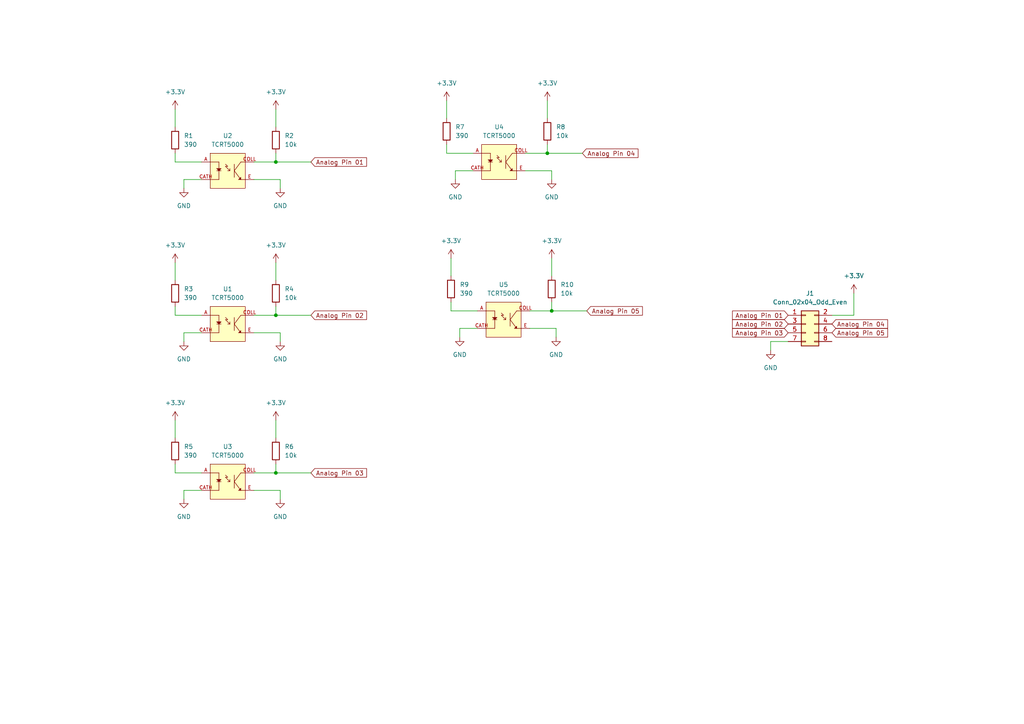
<source format=kicad_sch>
(kicad_sch (version 20230121) (generator eeschema)

  (uuid dd747c37-b89a-42dc-94ed-6daf8b7e0cbd)

  (paper "A4")

  (lib_symbols
    (symbol "Connector_Generic:Conn_02x04_Odd_Even" (pin_names (offset 1.016) hide) (in_bom yes) (on_board yes)
      (property "Reference" "J" (at 1.27 5.08 0)
        (effects (font (size 1.27 1.27)))
      )
      (property "Value" "Conn_02x04_Odd_Even" (at 1.27 -7.62 0)
        (effects (font (size 1.27 1.27)))
      )
      (property "Footprint" "" (at 0 0 0)
        (effects (font (size 1.27 1.27)) hide)
      )
      (property "Datasheet" "~" (at 0 0 0)
        (effects (font (size 1.27 1.27)) hide)
      )
      (property "ki_keywords" "connector" (at 0 0 0)
        (effects (font (size 1.27 1.27)) hide)
      )
      (property "ki_description" "Generic connector, double row, 02x04, odd/even pin numbering scheme (row 1 odd numbers, row 2 even numbers), script generated (kicad-library-utils/schlib/autogen/connector/)" (at 0 0 0)
        (effects (font (size 1.27 1.27)) hide)
      )
      (property "ki_fp_filters" "Connector*:*_2x??_*" (at 0 0 0)
        (effects (font (size 1.27 1.27)) hide)
      )
      (symbol "Conn_02x04_Odd_Even_1_1"
        (rectangle (start -1.27 -4.953) (end 0 -5.207)
          (stroke (width 0.1524) (type default))
          (fill (type none))
        )
        (rectangle (start -1.27 -2.413) (end 0 -2.667)
          (stroke (width 0.1524) (type default))
          (fill (type none))
        )
        (rectangle (start -1.27 0.127) (end 0 -0.127)
          (stroke (width 0.1524) (type default))
          (fill (type none))
        )
        (rectangle (start -1.27 2.667) (end 0 2.413)
          (stroke (width 0.1524) (type default))
          (fill (type none))
        )
        (rectangle (start -1.27 3.81) (end 3.81 -6.35)
          (stroke (width 0.254) (type default))
          (fill (type background))
        )
        (rectangle (start 3.81 -4.953) (end 2.54 -5.207)
          (stroke (width 0.1524) (type default))
          (fill (type none))
        )
        (rectangle (start 3.81 -2.413) (end 2.54 -2.667)
          (stroke (width 0.1524) (type default))
          (fill (type none))
        )
        (rectangle (start 3.81 0.127) (end 2.54 -0.127)
          (stroke (width 0.1524) (type default))
          (fill (type none))
        )
        (rectangle (start 3.81 2.667) (end 2.54 2.413)
          (stroke (width 0.1524) (type default))
          (fill (type none))
        )
        (pin passive line (at -5.08 2.54 0) (length 3.81)
          (name "Pin_1" (effects (font (size 1.27 1.27))))
          (number "1" (effects (font (size 1.27 1.27))))
        )
        (pin passive line (at 7.62 2.54 180) (length 3.81)
          (name "Pin_2" (effects (font (size 1.27 1.27))))
          (number "2" (effects (font (size 1.27 1.27))))
        )
        (pin passive line (at -5.08 0 0) (length 3.81)
          (name "Pin_3" (effects (font (size 1.27 1.27))))
          (number "3" (effects (font (size 1.27 1.27))))
        )
        (pin passive line (at 7.62 0 180) (length 3.81)
          (name "Pin_4" (effects (font (size 1.27 1.27))))
          (number "4" (effects (font (size 1.27 1.27))))
        )
        (pin passive line (at -5.08 -2.54 0) (length 3.81)
          (name "Pin_5" (effects (font (size 1.27 1.27))))
          (number "5" (effects (font (size 1.27 1.27))))
        )
        (pin passive line (at 7.62 -2.54 180) (length 3.81)
          (name "Pin_6" (effects (font (size 1.27 1.27))))
          (number "6" (effects (font (size 1.27 1.27))))
        )
        (pin passive line (at -5.08 -5.08 0) (length 3.81)
          (name "Pin_7" (effects (font (size 1.27 1.27))))
          (number "7" (effects (font (size 1.27 1.27))))
        )
        (pin passive line (at 7.62 -5.08 180) (length 3.81)
          (name "Pin_8" (effects (font (size 1.27 1.27))))
          (number "8" (effects (font (size 1.27 1.27))))
        )
      )
    )
    (symbol "Device:R" (pin_numbers hide) (pin_names (offset 0)) (in_bom yes) (on_board yes)
      (property "Reference" "R" (at 2.032 0 90)
        (effects (font (size 1.27 1.27)))
      )
      (property "Value" "R" (at 0 0 90)
        (effects (font (size 1.27 1.27)))
      )
      (property "Footprint" "" (at -1.778 0 90)
        (effects (font (size 1.27 1.27)) hide)
      )
      (property "Datasheet" "~" (at 0 0 0)
        (effects (font (size 1.27 1.27)) hide)
      )
      (property "ki_keywords" "R res resistor" (at 0 0 0)
        (effects (font (size 1.27 1.27)) hide)
      )
      (property "ki_description" "Resistor" (at 0 0 0)
        (effects (font (size 1.27 1.27)) hide)
      )
      (property "ki_fp_filters" "R_*" (at 0 0 0)
        (effects (font (size 1.27 1.27)) hide)
      )
      (symbol "R_0_1"
        (rectangle (start -1.016 -2.54) (end 1.016 2.54)
          (stroke (width 0.254) (type default))
          (fill (type none))
        )
      )
      (symbol "R_1_1"
        (pin passive line (at 0 3.81 270) (length 1.27)
          (name "~" (effects (font (size 1.27 1.27))))
          (number "1" (effects (font (size 1.27 1.27))))
        )
        (pin passive line (at 0 -3.81 90) (length 1.27)
          (name "~" (effects (font (size 1.27 1.27))))
          (number "2" (effects (font (size 1.27 1.27))))
        )
      )
    )
    (symbol "TCRT5000:TCRT5000" (pin_names (offset 1.016)) (in_bom yes) (on_board yes)
      (property "Reference" "U" (at -5.0887 5.7248 0)
        (effects (font (size 1.27 1.27)) (justify left bottom))
      )
      (property "Value" "TCRT5000" (at -5.0838 -5.7193 0)
        (effects (font (size 1.27 1.27)) (justify left top))
      )
      (property "Footprint" "TCRT5000:OPTO_TCRT5000" (at 0 0 0)
        (effects (font (size 1.27 1.27)) (justify bottom) hide)
      )
      (property "Datasheet" "" (at 0 0 0)
        (effects (font (size 1.27 1.27)) hide)
      )
      (property "MF" "Vishay" (at 0 0 0)
        (effects (font (size 1.27 1.27)) (justify bottom) hide)
      )
      (property "MAXIMUM_PACKAGE_HEIGHT" "7.2mm" (at 0 0 0)
        (effects (font (size 1.27 1.27)) (justify bottom) hide)
      )
      (property "Package" "TCRT5000 Vishay" (at 0 0 0)
        (effects (font (size 1.27 1.27)) (justify bottom) hide)
      )
      (property "Price" "None" (at 0 0 0)
        (effects (font (size 1.27 1.27)) (justify bottom) hide)
      )
      (property "Check_prices" "https://www.snapeda.com/parts/TCRT5000/Vishay+Semiconductor+Opto+Division/view-part/?ref=eda" (at 0 0 0)
        (effects (font (size 1.27 1.27)) (justify bottom) hide)
      )
      (property "STANDARD" "Manufacturer recommendations" (at 0 0 0)
        (effects (font (size 1.27 1.27)) (justify bottom) hide)
      )
      (property "PARTREV" "1.7" (at 0 0 0)
        (effects (font (size 1.27 1.27)) (justify bottom) hide)
      )
      (property "SnapEDA_Link" "https://www.snapeda.com/parts/TCRT5000/Vishay+Semiconductor+Opto+Division/view-part/?ref=snap" (at 0 0 0)
        (effects (font (size 1.27 1.27)) (justify bottom) hide)
      )
      (property "MP" "TCRT5000" (at 0 0 0)
        (effects (font (size 1.27 1.27)) (justify bottom) hide)
      )
      (property "Purchase-URL" "https://www.snapeda.com/api/url_track_click_mouser/?unipart_id=885229&manufacturer=Vishay&part_name=TCRT5000&search_term=None" (at 0 0 0)
        (effects (font (size 1.27 1.27)) (justify bottom) hide)
      )
      (property "Description" "\nReflective Optical Sensor 0.591 (15mm) PCB Mount\n" (at 0 0 0)
        (effects (font (size 1.27 1.27)) (justify bottom) hide)
      )
      (property "Availability" "In Stock" (at 0 0 0)
        (effects (font (size 1.27 1.27)) (justify bottom) hide)
      )
      (property "MANUFACTURER" "Vishay" (at 0 0 0)
        (effects (font (size 1.27 1.27)) (justify bottom) hide)
      )
      (symbol "TCRT5000_0_0"
        (rectangle (start -5.08 -5.08) (end 5.08 5.08)
          (stroke (width 0.1524) (type default))
          (fill (type background))
        )
        (polyline
          (pts
            (xy -5.08 2.54)
            (xy -2.54 2.54)
          )
          (stroke (width 0.1524) (type default))
          (fill (type none))
        )
        (polyline
          (pts
            (xy -3.175 0)
            (xy -1.905 0)
          )
          (stroke (width 0.1524) (type default))
          (fill (type none))
        )
        (polyline
          (pts
            (xy -2.54 -2.54)
            (xy -5.08 -2.54)
          )
          (stroke (width 0.1524) (type default))
          (fill (type none))
        )
        (polyline
          (pts
            (xy -2.54 2.54)
            (xy -2.54 -2.54)
          )
          (stroke (width 0.1524) (type default))
          (fill (type none))
        )
        (polyline
          (pts
            (xy -0.635 1.27)
            (xy 0.635 0)
          )
          (stroke (width 0.1524) (type default))
          (fill (type none))
        )
        (polyline
          (pts
            (xy -0.635 1.905)
            (xy 0 1.27)
          )
          (stroke (width 0.1524) (type default))
          (fill (type none))
        )
        (polyline
          (pts
            (xy 0 1.27)
            (xy -0.635 1.27)
          )
          (stroke (width 0.1524) (type default))
          (fill (type none))
        )
        (polyline
          (pts
            (xy 0.635 0)
            (xy 0 0)
          )
          (stroke (width 0.1524) (type default))
          (fill (type none))
        )
        (polyline
          (pts
            (xy 0.635 0.635)
            (xy 0.635 0)
          )
          (stroke (width 0.1524) (type default))
          (fill (type none))
        )
        (polyline
          (pts
            (xy 1.905 0)
            (xy 1.905 -1.905)
          )
          (stroke (width 0.1524) (type default))
          (fill (type none))
        )
        (polyline
          (pts
            (xy 1.905 0)
            (xy 3.81 -2.54)
          )
          (stroke (width 0.1524) (type default))
          (fill (type none))
        )
        (polyline
          (pts
            (xy 1.905 0)
            (xy 3.81 2.54)
          )
          (stroke (width 0.1524) (type default))
          (fill (type none))
        )
        (polyline
          (pts
            (xy 1.905 1.905)
            (xy 1.905 0)
          )
          (stroke (width 0.1524) (type default))
          (fill (type none))
        )
        (polyline
          (pts
            (xy 3.81 -2.54)
            (xy 5.08 -2.54)
          )
          (stroke (width 0.1524) (type default))
          (fill (type none))
        )
        (polyline
          (pts
            (xy 3.81 2.54)
            (xy 5.08 2.54)
          )
          (stroke (width 0.1524) (type default))
          (fill (type none))
        )
        (polyline
          (pts
            (xy -3.175 0.635)
            (xy -1.905 0.635)
            (xy -2.54 0)
            (xy -3.175 0.635)
          )
          (stroke (width 0.1524) (type default))
          (fill (type outline))
        )
        (polyline
          (pts
            (xy 3.175 -2.54)
            (xy 3.81 -2.54)
            (xy 3.81 -1.905)
            (xy 3.175 -2.54)
          )
          (stroke (width 0.1524) (type default))
          (fill (type outline))
        )
        (pin passive line (at -7.62 2.54 0) (length 2.54)
          (name "~" (effects (font (size 1.016 1.016))))
          (number "A" (effects (font (size 1.016 1.016))))
        )
        (pin passive line (at -7.62 -2.54 0) (length 2.54)
          (name "~" (effects (font (size 1.016 1.016))))
          (number "CATH" (effects (font (size 1.016 1.016))))
        )
        (pin passive line (at 7.62 2.54 180) (length 2.54)
          (name "~" (effects (font (size 1.016 1.016))))
          (number "COLL" (effects (font (size 1.016 1.016))))
        )
        (pin passive line (at 7.62 -2.54 180) (length 2.54)
          (name "~" (effects (font (size 1.016 1.016))))
          (number "E" (effects (font (size 1.016 1.016))))
        )
      )
    )
    (symbol "power:+3.3V" (power) (pin_names (offset 0)) (in_bom yes) (on_board yes)
      (property "Reference" "#PWR" (at 0 -3.81 0)
        (effects (font (size 1.27 1.27)) hide)
      )
      (property "Value" "+3.3V" (at 0 3.556 0)
        (effects (font (size 1.27 1.27)))
      )
      (property "Footprint" "" (at 0 0 0)
        (effects (font (size 1.27 1.27)) hide)
      )
      (property "Datasheet" "" (at 0 0 0)
        (effects (font (size 1.27 1.27)) hide)
      )
      (property "ki_keywords" "global power" (at 0 0 0)
        (effects (font (size 1.27 1.27)) hide)
      )
      (property "ki_description" "Power symbol creates a global label with name \"+3.3V\"" (at 0 0 0)
        (effects (font (size 1.27 1.27)) hide)
      )
      (symbol "+3.3V_0_1"
        (polyline
          (pts
            (xy -0.762 1.27)
            (xy 0 2.54)
          )
          (stroke (width 0) (type default))
          (fill (type none))
        )
        (polyline
          (pts
            (xy 0 0)
            (xy 0 2.54)
          )
          (stroke (width 0) (type default))
          (fill (type none))
        )
        (polyline
          (pts
            (xy 0 2.54)
            (xy 0.762 1.27)
          )
          (stroke (width 0) (type default))
          (fill (type none))
        )
      )
      (symbol "+3.3V_1_1"
        (pin power_in line (at 0 0 90) (length 0) hide
          (name "+3.3V" (effects (font (size 1.27 1.27))))
          (number "1" (effects (font (size 1.27 1.27))))
        )
      )
    )
    (symbol "power:GND" (power) (pin_names (offset 0)) (in_bom yes) (on_board yes)
      (property "Reference" "#PWR" (at 0 -6.35 0)
        (effects (font (size 1.27 1.27)) hide)
      )
      (property "Value" "GND" (at 0 -3.81 0)
        (effects (font (size 1.27 1.27)))
      )
      (property "Footprint" "" (at 0 0 0)
        (effects (font (size 1.27 1.27)) hide)
      )
      (property "Datasheet" "" (at 0 0 0)
        (effects (font (size 1.27 1.27)) hide)
      )
      (property "ki_keywords" "global power" (at 0 0 0)
        (effects (font (size 1.27 1.27)) hide)
      )
      (property "ki_description" "Power symbol creates a global label with name \"GND\" , ground" (at 0 0 0)
        (effects (font (size 1.27 1.27)) hide)
      )
      (symbol "GND_0_1"
        (polyline
          (pts
            (xy 0 0)
            (xy 0 -1.27)
            (xy 1.27 -1.27)
            (xy 0 -2.54)
            (xy -1.27 -1.27)
            (xy 0 -1.27)
          )
          (stroke (width 0) (type default))
          (fill (type none))
        )
      )
      (symbol "GND_1_1"
        (pin power_in line (at 0 0 270) (length 0) hide
          (name "GND" (effects (font (size 1.27 1.27))))
          (number "1" (effects (font (size 1.27 1.27))))
        )
      )
    )
  )

  (junction (at 80.01 91.44) (diameter 0) (color 0 0 0 0)
    (uuid 2b6c66e8-d09d-44d5-99b1-1b18087be588)
  )
  (junction (at 158.75 44.45) (diameter 0) (color 0 0 0 0)
    (uuid 3b4ee543-5188-4d3c-a4ed-703959f4ef3d)
  )
  (junction (at 80.01 46.99) (diameter 0) (color 0 0 0 0)
    (uuid 55c63234-b0fb-4951-b4ce-1f7a2ee8f6a2)
  )
  (junction (at 160.02 90.17) (diameter 0) (color 0 0 0 0)
    (uuid 98547e9a-b8eb-4fbb-9f99-6c96b9fd10b6)
  )
  (junction (at 80.01 137.16) (diameter 0) (color 0 0 0 0)
    (uuid b80f17c9-ddfd-46e1-bd79-a9427fb728da)
  )

  (wire (pts (xy 58.42 91.44) (xy 50.8 91.44))
    (stroke (width 0) (type default))
    (uuid 02030182-5a25-43a5-ad6c-6c30dc79bb58)
  )
  (wire (pts (xy 53.34 142.24) (xy 53.34 144.78))
    (stroke (width 0) (type default))
    (uuid 06253f28-307d-4c5c-8417-26f89345cf5f)
  )
  (wire (pts (xy 130.81 74.93) (xy 130.81 80.01))
    (stroke (width 0) (type default))
    (uuid 06b6247c-5343-4be5-9d29-4cd44df5dcca)
  )
  (wire (pts (xy 138.43 90.17) (xy 130.81 90.17))
    (stroke (width 0) (type default))
    (uuid 0758023f-38f1-4f23-ae96-9e42d0433733)
  )
  (wire (pts (xy 50.8 76.2) (xy 50.8 81.28))
    (stroke (width 0) (type default))
    (uuid 07cf52e3-fbd5-4e58-8964-5b6184a1bd50)
  )
  (wire (pts (xy 129.54 44.45) (xy 129.54 41.91))
    (stroke (width 0) (type default))
    (uuid 14fff2e3-2725-4056-afa5-6108a9d877ca)
  )
  (wire (pts (xy 50.8 137.16) (xy 50.8 134.62))
    (stroke (width 0) (type default))
    (uuid 16aa1e4f-c8d4-46fe-a169-959d6c1d3259)
  )
  (wire (pts (xy 160.02 87.63) (xy 160.02 90.17))
    (stroke (width 0) (type default))
    (uuid 17e99703-49de-40db-8f89-6378d51a5bb8)
  )
  (wire (pts (xy 80.01 31.75) (xy 80.01 36.83))
    (stroke (width 0) (type default))
    (uuid 1b74c1a7-4c54-43a5-b9fc-0a0ef9e94895)
  )
  (wire (pts (xy 223.52 99.06) (xy 223.52 101.6))
    (stroke (width 0) (type default))
    (uuid 26b0a279-1204-413d-bf23-cde0761147f1)
  )
  (wire (pts (xy 58.42 52.07) (xy 53.34 52.07))
    (stroke (width 0) (type default))
    (uuid 27723bb9-47cb-439b-b186-7aacdef8d58c)
  )
  (wire (pts (xy 80.01 137.16) (xy 90.17 137.16))
    (stroke (width 0) (type default))
    (uuid 289bfd14-68db-453d-b23a-bbca2c2d3324)
  )
  (wire (pts (xy 228.6 99.06) (xy 223.52 99.06))
    (stroke (width 0) (type default))
    (uuid 2a65bbf2-d847-4b9a-acff-9d614cea5c58)
  )
  (wire (pts (xy 58.42 96.52) (xy 53.34 96.52))
    (stroke (width 0) (type default))
    (uuid 2c951b7e-4e7d-414f-bfec-3f272c498cff)
  )
  (wire (pts (xy 73.66 52.07) (xy 81.28 52.07))
    (stroke (width 0) (type default))
    (uuid 2e1f7c66-ac39-467c-ac95-6eddc7fa9fef)
  )
  (wire (pts (xy 152.4 49.53) (xy 160.02 49.53))
    (stroke (width 0) (type default))
    (uuid 34eb2b84-68db-4c98-b4f0-4a774d175466)
  )
  (wire (pts (xy 158.75 29.21) (xy 158.75 34.29))
    (stroke (width 0) (type default))
    (uuid 36048cfd-fa15-40ef-9f42-f4736f9e15ae)
  )
  (wire (pts (xy 81.28 52.07) (xy 81.28 54.61))
    (stroke (width 0) (type default))
    (uuid 38311d41-3f24-4ed1-ac5b-51ea3cb44c04)
  )
  (wire (pts (xy 152.4 44.45) (xy 158.75 44.45))
    (stroke (width 0) (type default))
    (uuid 3fd9ce14-e85d-4231-a6e1-232cd9b4546b)
  )
  (wire (pts (xy 73.66 91.44) (xy 80.01 91.44))
    (stroke (width 0) (type default))
    (uuid 40f9a944-6f5f-4d39-8265-6c5fd02a4da5)
  )
  (wire (pts (xy 73.66 96.52) (xy 81.28 96.52))
    (stroke (width 0) (type default))
    (uuid 48748f51-8eb4-4a41-ae85-8c88492f15b2)
  )
  (wire (pts (xy 80.01 44.45) (xy 80.01 46.99))
    (stroke (width 0) (type default))
    (uuid 4c46def8-50e3-4d2a-a6ed-293a60a1cfc1)
  )
  (wire (pts (xy 50.8 91.44) (xy 50.8 88.9))
    (stroke (width 0) (type default))
    (uuid 5025b514-09c4-4beb-adf7-9f3ffacb3b59)
  )
  (wire (pts (xy 129.54 29.21) (xy 129.54 34.29))
    (stroke (width 0) (type default))
    (uuid 53bfa608-92b0-41ca-898b-eac5ac6b3a54)
  )
  (wire (pts (xy 160.02 49.53) (xy 160.02 52.07))
    (stroke (width 0) (type default))
    (uuid 5b1c6f8e-2df1-4523-b65c-e1ef570a479f)
  )
  (wire (pts (xy 80.01 134.62) (xy 80.01 137.16))
    (stroke (width 0) (type default))
    (uuid 5e85d638-3d64-400c-ae12-2f5d563b2d9a)
  )
  (wire (pts (xy 80.01 91.44) (xy 90.17 91.44))
    (stroke (width 0) (type default))
    (uuid 618b623a-9152-4211-a645-aab838d7064c)
  )
  (wire (pts (xy 53.34 52.07) (xy 53.34 54.61))
    (stroke (width 0) (type default))
    (uuid 6942f3b6-585f-4cd6-9c77-b54612e8d0aa)
  )
  (wire (pts (xy 58.42 142.24) (xy 53.34 142.24))
    (stroke (width 0) (type default))
    (uuid 6d32e621-ee55-4a6f-89d3-38f942b5b9b6)
  )
  (wire (pts (xy 50.8 121.92) (xy 50.8 127))
    (stroke (width 0) (type default))
    (uuid 6d534039-2bb0-426a-bb48-0ae7ba3129d1)
  )
  (wire (pts (xy 73.66 46.99) (xy 80.01 46.99))
    (stroke (width 0) (type default))
    (uuid 71c8cd03-b660-48c3-a106-d34616b3fe47)
  )
  (wire (pts (xy 137.16 49.53) (xy 132.08 49.53))
    (stroke (width 0) (type default))
    (uuid 781efd0e-a455-499f-a777-9d02425f2559)
  )
  (wire (pts (xy 80.01 76.2) (xy 80.01 81.28))
    (stroke (width 0) (type default))
    (uuid 7b96c763-910f-4f05-8268-80ef424a8218)
  )
  (wire (pts (xy 58.42 137.16) (xy 50.8 137.16))
    (stroke (width 0) (type default))
    (uuid 84c32044-9ec9-48b8-a145-122ad3298665)
  )
  (wire (pts (xy 81.28 96.52) (xy 81.28 99.06))
    (stroke (width 0) (type default))
    (uuid 88e4b58a-3f69-4519-a757-efda7ee846b3)
  )
  (wire (pts (xy 161.29 95.25) (xy 161.29 97.79))
    (stroke (width 0) (type default))
    (uuid 8f2f0e6c-47ba-45df-9407-aceff93703dc)
  )
  (wire (pts (xy 53.34 96.52) (xy 53.34 99.06))
    (stroke (width 0) (type default))
    (uuid 916ab384-e894-4d19-8100-4ed649b50ebc)
  )
  (wire (pts (xy 160.02 90.17) (xy 170.18 90.17))
    (stroke (width 0) (type default))
    (uuid 91a97595-f012-4b3d-a434-e42747ebb52d)
  )
  (wire (pts (xy 138.43 95.25) (xy 133.35 95.25))
    (stroke (width 0) (type default))
    (uuid 9a8c39b1-e929-4c78-9b60-818b09c67993)
  )
  (wire (pts (xy 137.16 44.45) (xy 129.54 44.45))
    (stroke (width 0) (type default))
    (uuid 9bfc0fee-e8dd-424a-abcd-4499f0c13e7f)
  )
  (wire (pts (xy 130.81 90.17) (xy 130.81 87.63))
    (stroke (width 0) (type default))
    (uuid 9d936d92-8687-497c-a710-0ef670a7184e)
  )
  (wire (pts (xy 73.66 137.16) (xy 80.01 137.16))
    (stroke (width 0) (type default))
    (uuid a003d811-f0f6-498b-9d40-0e1d658c167d)
  )
  (wire (pts (xy 160.02 74.93) (xy 160.02 80.01))
    (stroke (width 0) (type default))
    (uuid aa3ccc4f-7644-4ba6-920a-4bbfcdb23b4e)
  )
  (wire (pts (xy 133.35 95.25) (xy 133.35 97.79))
    (stroke (width 0) (type default))
    (uuid aee3e828-fbcc-4c85-92ab-ea1b6b90ce87)
  )
  (wire (pts (xy 158.75 44.45) (xy 168.91 44.45))
    (stroke (width 0) (type default))
    (uuid af1138b9-e8f1-440a-acb2-bfe439b9a296)
  )
  (wire (pts (xy 153.67 95.25) (xy 161.29 95.25))
    (stroke (width 0) (type default))
    (uuid b0e6454c-d497-43d0-aa9e-8c8c920fe13b)
  )
  (wire (pts (xy 80.01 46.99) (xy 90.17 46.99))
    (stroke (width 0) (type default))
    (uuid b861526a-b9c0-4d00-82b5-9f8079e65be9)
  )
  (wire (pts (xy 58.42 46.99) (xy 50.8 46.99))
    (stroke (width 0) (type default))
    (uuid bf92cd9d-096d-4fb2-b926-1d01546b6d68)
  )
  (wire (pts (xy 73.66 142.24) (xy 81.28 142.24))
    (stroke (width 0) (type default))
    (uuid c787c987-bdf6-4a3a-9f50-1af6116fde63)
  )
  (wire (pts (xy 158.75 41.91) (xy 158.75 44.45))
    (stroke (width 0) (type default))
    (uuid cb4cf555-2520-4c9a-8b09-9886e11f0be3)
  )
  (wire (pts (xy 50.8 46.99) (xy 50.8 44.45))
    (stroke (width 0) (type default))
    (uuid d7438d33-059f-40d0-b0e0-14c7c19acb68)
  )
  (wire (pts (xy 81.28 142.24) (xy 81.28 144.78))
    (stroke (width 0) (type default))
    (uuid d885b758-81a5-4399-9a1c-783238a902b6)
  )
  (wire (pts (xy 132.08 49.53) (xy 132.08 52.07))
    (stroke (width 0) (type default))
    (uuid dd7f4c00-40b1-4931-8eef-eaf4b6dbe977)
  )
  (wire (pts (xy 153.67 90.17) (xy 160.02 90.17))
    (stroke (width 0) (type default))
    (uuid e20229c5-c76e-4f6c-898d-8ff72eaec8b7)
  )
  (wire (pts (xy 50.8 31.75) (xy 50.8 36.83))
    (stroke (width 0) (type default))
    (uuid e9deaa0d-3861-446f-a4d3-dd693109417f)
  )
  (wire (pts (xy 80.01 121.92) (xy 80.01 127))
    (stroke (width 0) (type default))
    (uuid f1084edf-b93c-4e4e-9320-6e09950864fe)
  )
  (wire (pts (xy 241.3 91.44) (xy 247.65 91.44))
    (stroke (width 0) (type default))
    (uuid f6eaf2d1-233c-4774-b557-27f384d0cf33)
  )
  (wire (pts (xy 80.01 88.9) (xy 80.01 91.44))
    (stroke (width 0) (type default))
    (uuid f8de225d-57f4-4743-8056-556be30d6c34)
  )
  (wire (pts (xy 247.65 91.44) (xy 247.65 85.09))
    (stroke (width 0) (type default))
    (uuid f916ea09-6ab7-45df-98a7-bbf993d93b77)
  )

  (global_label "Analog Pin 01" (shape input) (at 228.6 91.44 180) (fields_autoplaced)
    (effects (font (size 1.27 1.27)) (justify right))
    (uuid 276d9e04-b7b7-4dfd-bc54-7bdc056bc5dc)
    (property "Intersheetrefs" "${INTERSHEET_REFS}" (at 211.887 91.44 0)
      (effects (font (size 1.27 1.27)) (justify right) hide)
    )
  )
  (global_label "Analog Pin 04" (shape input) (at 241.3 93.98 0) (fields_autoplaced)
    (effects (font (size 1.27 1.27)) (justify left))
    (uuid 449d34a6-25b9-4d8e-8d80-b308fc6c547f)
    (property "Intersheetrefs" "${INTERSHEET_REFS}" (at 258.013 93.98 0)
      (effects (font (size 1.27 1.27)) (justify left) hide)
    )
  )
  (global_label "Analog Pin 03" (shape input) (at 90.17 137.16 0) (fields_autoplaced)
    (effects (font (size 1.27 1.27)) (justify left))
    (uuid 47e8c0b4-46c8-4525-be3b-ec52000f5d6e)
    (property "Intersheetrefs" "${INTERSHEET_REFS}" (at 106.883 137.16 0)
      (effects (font (size 1.27 1.27)) (justify left) hide)
    )
  )
  (global_label "Analog Pin 04" (shape input) (at 168.91 44.45 0) (fields_autoplaced)
    (effects (font (size 1.27 1.27)) (justify left))
    (uuid 4c4087df-0fa7-4f8d-8cd5-b391af6a38e2)
    (property "Intersheetrefs" "${INTERSHEET_REFS}" (at 185.623 44.45 0)
      (effects (font (size 1.27 1.27)) (justify left) hide)
    )
  )
  (global_label "Analog Pin 05" (shape input) (at 241.3 96.52 0) (fields_autoplaced)
    (effects (font (size 1.27 1.27)) (justify left))
    (uuid 5fefc82e-b56d-40be-87c5-136978b0797b)
    (property "Intersheetrefs" "${INTERSHEET_REFS}" (at 258.013 96.52 0)
      (effects (font (size 1.27 1.27)) (justify left) hide)
    )
  )
  (global_label "Analog Pin 02" (shape input) (at 90.17 91.44 0) (fields_autoplaced)
    (effects (font (size 1.27 1.27)) (justify left))
    (uuid 9230dc8c-1ed4-4d4a-a42e-e76144789e8d)
    (property "Intersheetrefs" "${INTERSHEET_REFS}" (at 106.883 91.44 0)
      (effects (font (size 1.27 1.27)) (justify left) hide)
    )
  )
  (global_label "Analog Pin 02" (shape input) (at 228.6 93.98 180) (fields_autoplaced)
    (effects (font (size 1.27 1.27)) (justify right))
    (uuid c4b4b75a-6a53-4dc8-8442-29aa0c2e9933)
    (property "Intersheetrefs" "${INTERSHEET_REFS}" (at 211.887 93.98 0)
      (effects (font (size 1.27 1.27)) (justify right) hide)
    )
  )
  (global_label "Analog Pin 05" (shape input) (at 170.18 90.17 0) (fields_autoplaced)
    (effects (font (size 1.27 1.27)) (justify left))
    (uuid e881ac9c-ce47-414d-806f-878930b743d7)
    (property "Intersheetrefs" "${INTERSHEET_REFS}" (at 186.893 90.17 0)
      (effects (font (size 1.27 1.27)) (justify left) hide)
    )
  )
  (global_label "Analog Pin 03" (shape input) (at 228.6 96.52 180) (fields_autoplaced)
    (effects (font (size 1.27 1.27)) (justify right))
    (uuid ecade00a-6c9d-4f6f-baef-905a18b69383)
    (property "Intersheetrefs" "${INTERSHEET_REFS}" (at 211.887 96.52 0)
      (effects (font (size 1.27 1.27)) (justify right) hide)
    )
  )
  (global_label "Analog Pin 01" (shape input) (at 90.17 46.99 0) (fields_autoplaced)
    (effects (font (size 1.27 1.27)) (justify left))
    (uuid fd26333b-ffe2-4e25-a3f0-3ed2bda7640e)
    (property "Intersheetrefs" "${INTERSHEET_REFS}" (at 106.883 46.99 0)
      (effects (font (size 1.27 1.27)) (justify left) hide)
    )
  )

  (symbol (lib_id "Device:R") (at 80.01 85.09 0) (unit 1)
    (in_bom yes) (on_board yes) (dnp no) (fields_autoplaced)
    (uuid 02d6254f-fd3a-4d40-ae6c-a7913f1f2954)
    (property "Reference" "R4" (at 82.55 83.82 0)
      (effects (font (size 1.27 1.27)) (justify left))
    )
    (property "Value" "10k" (at 82.55 86.36 0)
      (effects (font (size 1.27 1.27)) (justify left))
    )
    (property "Footprint" "" (at 78.232 85.09 90)
      (effects (font (size 1.27 1.27)) hide)
    )
    (property "Datasheet" "~" (at 80.01 85.09 0)
      (effects (font (size 1.27 1.27)) hide)
    )
    (pin "1" (uuid db9421c1-5910-4ae8-ab06-84fccbdeaf48))
    (pin "2" (uuid 3a319a1a-5db5-4043-92c7-efabbf4e639d))
    (instances
      (project "TCRT5000"
        (path "/dd747c37-b89a-42dc-94ed-6daf8b7e0cbd"
          (reference "R4") (unit 1)
        )
      )
    )
  )

  (symbol (lib_id "Device:R") (at 80.01 40.64 0) (unit 1)
    (in_bom yes) (on_board yes) (dnp no) (fields_autoplaced)
    (uuid 0a049e79-71e9-4987-9f00-695f9d2d7775)
    (property "Reference" "R2" (at 82.55 39.37 0)
      (effects (font (size 1.27 1.27)) (justify left))
    )
    (property "Value" "10k" (at 82.55 41.91 0)
      (effects (font (size 1.27 1.27)) (justify left))
    )
    (property "Footprint" "" (at 78.232 40.64 90)
      (effects (font (size 1.27 1.27)) hide)
    )
    (property "Datasheet" "~" (at 80.01 40.64 0)
      (effects (font (size 1.27 1.27)) hide)
    )
    (pin "1" (uuid e9aa6c60-4565-4f99-adf3-ef083251a071))
    (pin "2" (uuid 7bfd55a2-8336-41fd-93f6-d43c5234c0bb))
    (instances
      (project "TCRT5000"
        (path "/dd747c37-b89a-42dc-94ed-6daf8b7e0cbd"
          (reference "R2") (unit 1)
        )
      )
    )
  )

  (symbol (lib_id "power:+3.3V") (at 50.8 31.75 0) (unit 1)
    (in_bom yes) (on_board yes) (dnp no) (fields_autoplaced)
    (uuid 0f1bbd5a-2bd2-4cce-ac4d-9f38c24c4884)
    (property "Reference" "#PWR06" (at 50.8 35.56 0)
      (effects (font (size 1.27 1.27)) hide)
    )
    (property "Value" "+3.3V" (at 50.8 26.67 0)
      (effects (font (size 1.27 1.27)))
    )
    (property "Footprint" "" (at 50.8 31.75 0)
      (effects (font (size 1.27 1.27)) hide)
    )
    (property "Datasheet" "" (at 50.8 31.75 0)
      (effects (font (size 1.27 1.27)) hide)
    )
    (pin "1" (uuid 88e8750f-b7cc-437c-a8cd-c06aae35f301))
    (instances
      (project "TCRT5000"
        (path "/dd747c37-b89a-42dc-94ed-6daf8b7e0cbd"
          (reference "#PWR06") (unit 1)
        )
      )
    )
  )

  (symbol (lib_id "Device:R") (at 80.01 130.81 0) (unit 1)
    (in_bom yes) (on_board yes) (dnp no) (fields_autoplaced)
    (uuid 15f739d6-1d57-4264-8c7e-53e3e690d5c6)
    (property "Reference" "R6" (at 82.55 129.54 0)
      (effects (font (size 1.27 1.27)) (justify left))
    )
    (property "Value" "10k" (at 82.55 132.08 0)
      (effects (font (size 1.27 1.27)) (justify left))
    )
    (property "Footprint" "" (at 78.232 130.81 90)
      (effects (font (size 1.27 1.27)) hide)
    )
    (property "Datasheet" "~" (at 80.01 130.81 0)
      (effects (font (size 1.27 1.27)) hide)
    )
    (pin "1" (uuid e35932b0-6127-4f81-86d4-a66fac9338e8))
    (pin "2" (uuid 1b3eb826-add9-4653-a969-655c17a8db3e))
    (instances
      (project "TCRT5000"
        (path "/dd747c37-b89a-42dc-94ed-6daf8b7e0cbd"
          (reference "R6") (unit 1)
        )
      )
    )
  )

  (symbol (lib_id "power:GND") (at 81.28 144.78 0) (unit 1)
    (in_bom yes) (on_board yes) (dnp no) (fields_autoplaced)
    (uuid 19ee69d5-de0a-4358-9ce6-e7a4ab33d91b)
    (property "Reference" "#PWR012" (at 81.28 151.13 0)
      (effects (font (size 1.27 1.27)) hide)
    )
    (property "Value" "GND" (at 81.28 149.86 0)
      (effects (font (size 1.27 1.27)))
    )
    (property "Footprint" "" (at 81.28 144.78 0)
      (effects (font (size 1.27 1.27)) hide)
    )
    (property "Datasheet" "" (at 81.28 144.78 0)
      (effects (font (size 1.27 1.27)) hide)
    )
    (pin "1" (uuid 27803a5b-97b5-4fc7-8967-6aef42143a5c))
    (instances
      (project "TCRT5000"
        (path "/dd747c37-b89a-42dc-94ed-6daf8b7e0cbd"
          (reference "#PWR012") (unit 1)
        )
      )
    )
  )

  (symbol (lib_id "TCRT5000:TCRT5000") (at 66.04 93.98 0) (unit 1)
    (in_bom yes) (on_board yes) (dnp no) (fields_autoplaced)
    (uuid 29e0f76c-2aaa-4653-985a-27dad65e5f12)
    (property "Reference" "U1" (at 66.04 83.82 0)
      (effects (font (size 1.27 1.27)))
    )
    (property "Value" "TCRT5000" (at 66.04 86.36 0)
      (effects (font (size 1.27 1.27)))
    )
    (property "Footprint" "TCRT5000:OPTO_TCRT5000" (at 66.04 93.98 0)
      (effects (font (size 1.27 1.27)) (justify bottom) hide)
    )
    (property "Datasheet" "" (at 66.04 93.98 0)
      (effects (font (size 1.27 1.27)) hide)
    )
    (property "MF" "Vishay" (at 66.04 93.98 0)
      (effects (font (size 1.27 1.27)) (justify bottom) hide)
    )
    (property "MAXIMUM_PACKAGE_HEIGHT" "7.2mm" (at 66.04 93.98 0)
      (effects (font (size 1.27 1.27)) (justify bottom) hide)
    )
    (property "Package" "TCRT5000 Vishay" (at 66.04 93.98 0)
      (effects (font (size 1.27 1.27)) (justify bottom) hide)
    )
    (property "Price" "None" (at 66.04 93.98 0)
      (effects (font (size 1.27 1.27)) (justify bottom) hide)
    )
    (property "Check_prices" "https://www.snapeda.com/parts/TCRT5000/Vishay+Semiconductor+Opto+Division/view-part/?ref=eda" (at 66.04 93.98 0)
      (effects (font (size 1.27 1.27)) (justify bottom) hide)
    )
    (property "STANDARD" "Manufacturer recommendations" (at 66.04 93.98 0)
      (effects (font (size 1.27 1.27)) (justify bottom) hide)
    )
    (property "PARTREV" "1.7" (at 66.04 93.98 0)
      (effects (font (size 1.27 1.27)) (justify bottom) hide)
    )
    (property "SnapEDA_Link" "https://www.snapeda.com/parts/TCRT5000/Vishay+Semiconductor+Opto+Division/view-part/?ref=snap" (at 66.04 93.98 0)
      (effects (font (size 1.27 1.27)) (justify bottom) hide)
    )
    (property "MP" "TCRT5000" (at 66.04 93.98 0)
      (effects (font (size 1.27 1.27)) (justify bottom) hide)
    )
    (property "Purchase-URL" "https://www.snapeda.com/api/url_track_click_mouser/?unipart_id=885229&manufacturer=Vishay&part_name=TCRT5000&search_term=None" (at 66.04 93.98 0)
      (effects (font (size 1.27 1.27)) (justify bottom) hide)
    )
    (property "Description" "\nReflective Optical Sensor 0.591 (15mm) PCB Mount\n" (at 66.04 93.98 0)
      (effects (font (size 1.27 1.27)) (justify bottom) hide)
    )
    (property "Availability" "In Stock" (at 66.04 93.98 0)
      (effects (font (size 1.27 1.27)) (justify bottom) hide)
    )
    (property "MANUFACTURER" "Vishay" (at 66.04 93.98 0)
      (effects (font (size 1.27 1.27)) (justify bottom) hide)
    )
    (pin "A" (uuid b8a29b7e-fe9d-497a-80ee-b9d8ba2848d0))
    (pin "CATH" (uuid b02e586c-d0e8-4ecf-895b-2fb5ff69adc2))
    (pin "COLL" (uuid e935a23d-f2ca-4e78-85cb-ee7a397e0c3a))
    (pin "E" (uuid 741964bf-86a0-4fc2-9685-354eef2abea2))
    (instances
      (project "TCRT5000"
        (path "/dd747c37-b89a-42dc-94ed-6daf8b7e0cbd"
          (reference "U1") (unit 1)
        )
      )
    )
  )

  (symbol (lib_id "TCRT5000:TCRT5000") (at 144.78 46.99 0) (unit 1)
    (in_bom yes) (on_board yes) (dnp no) (fields_autoplaced)
    (uuid 2d830b29-c483-44e4-b34a-3194e26e4d6d)
    (property "Reference" "U4" (at 144.78 36.83 0)
      (effects (font (size 1.27 1.27)))
    )
    (property "Value" "TCRT5000" (at 144.78 39.37 0)
      (effects (font (size 1.27 1.27)))
    )
    (property "Footprint" "TCRT5000:OPTO_TCRT5000" (at 144.78 46.99 0)
      (effects (font (size 1.27 1.27)) (justify bottom) hide)
    )
    (property "Datasheet" "" (at 144.78 46.99 0)
      (effects (font (size 1.27 1.27)) hide)
    )
    (property "MF" "Vishay" (at 144.78 46.99 0)
      (effects (font (size 1.27 1.27)) (justify bottom) hide)
    )
    (property "MAXIMUM_PACKAGE_HEIGHT" "7.2mm" (at 144.78 46.99 0)
      (effects (font (size 1.27 1.27)) (justify bottom) hide)
    )
    (property "Package" "TCRT5000 Vishay" (at 144.78 46.99 0)
      (effects (font (size 1.27 1.27)) (justify bottom) hide)
    )
    (property "Price" "None" (at 144.78 46.99 0)
      (effects (font (size 1.27 1.27)) (justify bottom) hide)
    )
    (property "Check_prices" "https://www.snapeda.com/parts/TCRT5000/Vishay+Semiconductor+Opto+Division/view-part/?ref=eda" (at 144.78 46.99 0)
      (effects (font (size 1.27 1.27)) (justify bottom) hide)
    )
    (property "STANDARD" "Manufacturer recommendations" (at 144.78 46.99 0)
      (effects (font (size 1.27 1.27)) (justify bottom) hide)
    )
    (property "PARTREV" "1.7" (at 144.78 46.99 0)
      (effects (font (size 1.27 1.27)) (justify bottom) hide)
    )
    (property "SnapEDA_Link" "https://www.snapeda.com/parts/TCRT5000/Vishay+Semiconductor+Opto+Division/view-part/?ref=snap" (at 144.78 46.99 0)
      (effects (font (size 1.27 1.27)) (justify bottom) hide)
    )
    (property "MP" "TCRT5000" (at 144.78 46.99 0)
      (effects (font (size 1.27 1.27)) (justify bottom) hide)
    )
    (property "Purchase-URL" "https://www.snapeda.com/api/url_track_click_mouser/?unipart_id=885229&manufacturer=Vishay&part_name=TCRT5000&search_term=None" (at 144.78 46.99 0)
      (effects (font (size 1.27 1.27)) (justify bottom) hide)
    )
    (property "Description" "\nReflective Optical Sensor 0.591 (15mm) PCB Mount\n" (at 144.78 46.99 0)
      (effects (font (size 1.27 1.27)) (justify bottom) hide)
    )
    (property "Availability" "In Stock" (at 144.78 46.99 0)
      (effects (font (size 1.27 1.27)) (justify bottom) hide)
    )
    (property "MANUFACTURER" "Vishay" (at 144.78 46.99 0)
      (effects (font (size 1.27 1.27)) (justify bottom) hide)
    )
    (pin "A" (uuid 242570c7-a26b-4ee0-9c3b-419ccf67fbdd))
    (pin "CATH" (uuid f94146cc-694f-4ace-a80e-51112470ae82))
    (pin "COLL" (uuid e010e61c-1056-41ce-827d-bc37c29ee107))
    (pin "E" (uuid dbd3fc4b-ea4e-45e3-9092-c7d14a7196f3))
    (instances
      (project "TCRT5000"
        (path "/dd747c37-b89a-42dc-94ed-6daf8b7e0cbd"
          (reference "U4") (unit 1)
        )
      )
    )
  )

  (symbol (lib_id "Device:R") (at 50.8 85.09 0) (unit 1)
    (in_bom yes) (on_board yes) (dnp no) (fields_autoplaced)
    (uuid 3022059b-c79e-434b-89d8-b11724e7186e)
    (property "Reference" "R3" (at 53.34 83.82 0)
      (effects (font (size 1.27 1.27)) (justify left))
    )
    (property "Value" "390" (at 53.34 86.36 0)
      (effects (font (size 1.27 1.27)) (justify left))
    )
    (property "Footprint" "" (at 49.022 85.09 90)
      (effects (font (size 1.27 1.27)) hide)
    )
    (property "Datasheet" "~" (at 50.8 85.09 0)
      (effects (font (size 1.27 1.27)) hide)
    )
    (pin "1" (uuid f1ea8b51-f222-4bfd-955a-2c0f2f244cd7))
    (pin "2" (uuid 50d9e219-e2a8-4964-bd03-2345cf83a9c8))
    (instances
      (project "TCRT5000"
        (path "/dd747c37-b89a-42dc-94ed-6daf8b7e0cbd"
          (reference "R3") (unit 1)
        )
      )
    )
  )

  (symbol (lib_id "power:GND") (at 132.08 52.07 0) (unit 1)
    (in_bom yes) (on_board yes) (dnp no) (fields_autoplaced)
    (uuid 313b64ec-81f5-472d-ade6-fb805d1e28fc)
    (property "Reference" "#PWR014" (at 132.08 58.42 0)
      (effects (font (size 1.27 1.27)) hide)
    )
    (property "Value" "GND" (at 132.08 57.15 0)
      (effects (font (size 1.27 1.27)))
    )
    (property "Footprint" "" (at 132.08 52.07 0)
      (effects (font (size 1.27 1.27)) hide)
    )
    (property "Datasheet" "" (at 132.08 52.07 0)
      (effects (font (size 1.27 1.27)) hide)
    )
    (pin "1" (uuid eb4c4177-1803-40bb-b4a2-abe485845da7))
    (instances
      (project "TCRT5000"
        (path "/dd747c37-b89a-42dc-94ed-6daf8b7e0cbd"
          (reference "#PWR014") (unit 1)
        )
      )
    )
  )

  (symbol (lib_id "power:GND") (at 160.02 52.07 0) (unit 1)
    (in_bom yes) (on_board yes) (dnp no) (fields_autoplaced)
    (uuid 32fbb33f-04f4-4a05-918a-95d8ddb2482c)
    (property "Reference" "#PWR016" (at 160.02 58.42 0)
      (effects (font (size 1.27 1.27)) hide)
    )
    (property "Value" "GND" (at 160.02 57.15 0)
      (effects (font (size 1.27 1.27)))
    )
    (property "Footprint" "" (at 160.02 52.07 0)
      (effects (font (size 1.27 1.27)) hide)
    )
    (property "Datasheet" "" (at 160.02 52.07 0)
      (effects (font (size 1.27 1.27)) hide)
    )
    (pin "1" (uuid 4dcc7769-7862-4f79-aef7-cbd907453f61))
    (instances
      (project "TCRT5000"
        (path "/dd747c37-b89a-42dc-94ed-6daf8b7e0cbd"
          (reference "#PWR016") (unit 1)
        )
      )
    )
  )

  (symbol (lib_id "TCRT5000:TCRT5000") (at 66.04 139.7 0) (unit 1)
    (in_bom yes) (on_board yes) (dnp no) (fields_autoplaced)
    (uuid 37499251-4ce0-40ff-9b69-aeffd6605864)
    (property "Reference" "U3" (at 66.04 129.54 0)
      (effects (font (size 1.27 1.27)))
    )
    (property "Value" "TCRT5000" (at 66.04 132.08 0)
      (effects (font (size 1.27 1.27)))
    )
    (property "Footprint" "TCRT5000:OPTO_TCRT5000" (at 66.04 139.7 0)
      (effects (font (size 1.27 1.27)) (justify bottom) hide)
    )
    (property "Datasheet" "" (at 66.04 139.7 0)
      (effects (font (size 1.27 1.27)) hide)
    )
    (property "MF" "Vishay" (at 66.04 139.7 0)
      (effects (font (size 1.27 1.27)) (justify bottom) hide)
    )
    (property "MAXIMUM_PACKAGE_HEIGHT" "7.2mm" (at 66.04 139.7 0)
      (effects (font (size 1.27 1.27)) (justify bottom) hide)
    )
    (property "Package" "TCRT5000 Vishay" (at 66.04 139.7 0)
      (effects (font (size 1.27 1.27)) (justify bottom) hide)
    )
    (property "Price" "None" (at 66.04 139.7 0)
      (effects (font (size 1.27 1.27)) (justify bottom) hide)
    )
    (property "Check_prices" "https://www.snapeda.com/parts/TCRT5000/Vishay+Semiconductor+Opto+Division/view-part/?ref=eda" (at 66.04 139.7 0)
      (effects (font (size 1.27 1.27)) (justify bottom) hide)
    )
    (property "STANDARD" "Manufacturer recommendations" (at 66.04 139.7 0)
      (effects (font (size 1.27 1.27)) (justify bottom) hide)
    )
    (property "PARTREV" "1.7" (at 66.04 139.7 0)
      (effects (font (size 1.27 1.27)) (justify bottom) hide)
    )
    (property "SnapEDA_Link" "https://www.snapeda.com/parts/TCRT5000/Vishay+Semiconductor+Opto+Division/view-part/?ref=snap" (at 66.04 139.7 0)
      (effects (font (size 1.27 1.27)) (justify bottom) hide)
    )
    (property "MP" "TCRT5000" (at 66.04 139.7 0)
      (effects (font (size 1.27 1.27)) (justify bottom) hide)
    )
    (property "Purchase-URL" "https://www.snapeda.com/api/url_track_click_mouser/?unipart_id=885229&manufacturer=Vishay&part_name=TCRT5000&search_term=None" (at 66.04 139.7 0)
      (effects (font (size 1.27 1.27)) (justify bottom) hide)
    )
    (property "Description" "\nReflective Optical Sensor 0.591 (15mm) PCB Mount\n" (at 66.04 139.7 0)
      (effects (font (size 1.27 1.27)) (justify bottom) hide)
    )
    (property "Availability" "In Stock" (at 66.04 139.7 0)
      (effects (font (size 1.27 1.27)) (justify bottom) hide)
    )
    (property "MANUFACTURER" "Vishay" (at 66.04 139.7 0)
      (effects (font (size 1.27 1.27)) (justify bottom) hide)
    )
    (pin "A" (uuid 989a3208-5e7a-45c7-b240-4c732dd9c481))
    (pin "CATH" (uuid 821deb03-328b-4076-b6b1-e78a95d1f0a5))
    (pin "COLL" (uuid 88c67fdd-6795-40df-83ea-bcac0fcfa74f))
    (pin "E" (uuid 180f4bdd-287a-4d1a-a605-ad29fd3bddd2))
    (instances
      (project "TCRT5000"
        (path "/dd747c37-b89a-42dc-94ed-6daf8b7e0cbd"
          (reference "U3") (unit 1)
        )
      )
    )
  )

  (symbol (lib_id "power:GND") (at 53.34 99.06 0) (unit 1)
    (in_bom yes) (on_board yes) (dnp no) (fields_autoplaced)
    (uuid 3c00bef3-8734-4b5a-8597-d64a154fbfa0)
    (property "Reference" "#PWR02" (at 53.34 105.41 0)
      (effects (font (size 1.27 1.27)) hide)
    )
    (property "Value" "GND" (at 53.34 104.14 0)
      (effects (font (size 1.27 1.27)))
    )
    (property "Footprint" "" (at 53.34 99.06 0)
      (effects (font (size 1.27 1.27)) hide)
    )
    (property "Datasheet" "" (at 53.34 99.06 0)
      (effects (font (size 1.27 1.27)) hide)
    )
    (pin "1" (uuid f0bd9a10-d4a7-403d-883a-20e3bd0e7b4c))
    (instances
      (project "TCRT5000"
        (path "/dd747c37-b89a-42dc-94ed-6daf8b7e0cbd"
          (reference "#PWR02") (unit 1)
        )
      )
    )
  )

  (symbol (lib_id "Device:R") (at 158.75 38.1 0) (unit 1)
    (in_bom yes) (on_board yes) (dnp no) (fields_autoplaced)
    (uuid 470cde39-2386-4323-873c-045c2ca45136)
    (property "Reference" "R8" (at 161.29 36.83 0)
      (effects (font (size 1.27 1.27)) (justify left))
    )
    (property "Value" "10k" (at 161.29 39.37 0)
      (effects (font (size 1.27 1.27)) (justify left))
    )
    (property "Footprint" "" (at 156.972 38.1 90)
      (effects (font (size 1.27 1.27)) hide)
    )
    (property "Datasheet" "~" (at 158.75 38.1 0)
      (effects (font (size 1.27 1.27)) hide)
    )
    (pin "1" (uuid 4c0ccc3e-922e-41da-9bff-ed074ebeefa9))
    (pin "2" (uuid cfeac09c-df47-4856-affa-623953f0b190))
    (instances
      (project "TCRT5000"
        (path "/dd747c37-b89a-42dc-94ed-6daf8b7e0cbd"
          (reference "R8") (unit 1)
        )
      )
    )
  )

  (symbol (lib_id "power:GND") (at 81.28 54.61 0) (unit 1)
    (in_bom yes) (on_board yes) (dnp no) (fields_autoplaced)
    (uuid 4788298b-20f0-429c-8475-aa55285ab35f)
    (property "Reference" "#PWR05" (at 81.28 60.96 0)
      (effects (font (size 1.27 1.27)) hide)
    )
    (property "Value" "GND" (at 81.28 59.69 0)
      (effects (font (size 1.27 1.27)))
    )
    (property "Footprint" "" (at 81.28 54.61 0)
      (effects (font (size 1.27 1.27)) hide)
    )
    (property "Datasheet" "" (at 81.28 54.61 0)
      (effects (font (size 1.27 1.27)) hide)
    )
    (pin "1" (uuid bdd390a9-22fd-408c-ad69-622af369f613))
    (instances
      (project "TCRT5000"
        (path "/dd747c37-b89a-42dc-94ed-6daf8b7e0cbd"
          (reference "#PWR05") (unit 1)
        )
      )
    )
  )

  (symbol (lib_id "power:GND") (at 161.29 97.79 0) (unit 1)
    (in_bom yes) (on_board yes) (dnp no) (fields_autoplaced)
    (uuid 48aff811-7085-44a2-bf7f-b0492615fea8)
    (property "Reference" "#PWR020" (at 161.29 104.14 0)
      (effects (font (size 1.27 1.27)) hide)
    )
    (property "Value" "GND" (at 161.29 102.87 0)
      (effects (font (size 1.27 1.27)))
    )
    (property "Footprint" "" (at 161.29 97.79 0)
      (effects (font (size 1.27 1.27)) hide)
    )
    (property "Datasheet" "" (at 161.29 97.79 0)
      (effects (font (size 1.27 1.27)) hide)
    )
    (pin "1" (uuid 54b584d7-7599-4e47-8889-9d19fe136069))
    (instances
      (project "TCRT5000"
        (path "/dd747c37-b89a-42dc-94ed-6daf8b7e0cbd"
          (reference "#PWR020") (unit 1)
        )
      )
    )
  )

  (symbol (lib_id "power:GND") (at 53.34 54.61 0) (unit 1)
    (in_bom yes) (on_board yes) (dnp no) (fields_autoplaced)
    (uuid 4bb81b0e-45a6-4f9d-8398-482cfa678ce7)
    (property "Reference" "#PWR04" (at 53.34 60.96 0)
      (effects (font (size 1.27 1.27)) hide)
    )
    (property "Value" "GND" (at 53.34 59.69 0)
      (effects (font (size 1.27 1.27)))
    )
    (property "Footprint" "" (at 53.34 54.61 0)
      (effects (font (size 1.27 1.27)) hide)
    )
    (property "Datasheet" "" (at 53.34 54.61 0)
      (effects (font (size 1.27 1.27)) hide)
    )
    (pin "1" (uuid ac965459-e3b7-4e86-800c-f6ba49809d0d))
    (instances
      (project "TCRT5000"
        (path "/dd747c37-b89a-42dc-94ed-6daf8b7e0cbd"
          (reference "#PWR04") (unit 1)
        )
      )
    )
  )

  (symbol (lib_id "power:GND") (at 223.52 101.6 0) (unit 1)
    (in_bom yes) (on_board yes) (dnp no) (fields_autoplaced)
    (uuid 66e3835c-42e8-4a41-bd76-099291c21feb)
    (property "Reference" "#PWR021" (at 223.52 107.95 0)
      (effects (font (size 1.27 1.27)) hide)
    )
    (property "Value" "GND" (at 223.52 106.68 0)
      (effects (font (size 1.27 1.27)))
    )
    (property "Footprint" "" (at 223.52 101.6 0)
      (effects (font (size 1.27 1.27)) hide)
    )
    (property "Datasheet" "" (at 223.52 101.6 0)
      (effects (font (size 1.27 1.27)) hide)
    )
    (pin "1" (uuid 36088ed4-7b44-415a-9c30-c16fd2864cf8))
    (instances
      (project "TCRT5000"
        (path "/dd747c37-b89a-42dc-94ed-6daf8b7e0cbd"
          (reference "#PWR021") (unit 1)
        )
      )
    )
  )

  (symbol (lib_id "power:+3.3V") (at 129.54 29.21 0) (unit 1)
    (in_bom yes) (on_board yes) (dnp no) (fields_autoplaced)
    (uuid 6938179b-56f7-4f49-af90-4041f05fb308)
    (property "Reference" "#PWR013" (at 129.54 33.02 0)
      (effects (font (size 1.27 1.27)) hide)
    )
    (property "Value" "+3.3V" (at 129.54 24.13 0)
      (effects (font (size 1.27 1.27)))
    )
    (property "Footprint" "" (at 129.54 29.21 0)
      (effects (font (size 1.27 1.27)) hide)
    )
    (property "Datasheet" "" (at 129.54 29.21 0)
      (effects (font (size 1.27 1.27)) hide)
    )
    (pin "1" (uuid 5592cbc8-685c-44a9-abc5-295a7f235289))
    (instances
      (project "TCRT5000"
        (path "/dd747c37-b89a-42dc-94ed-6daf8b7e0cbd"
          (reference "#PWR013") (unit 1)
        )
      )
    )
  )

  (symbol (lib_id "power:+3.3V") (at 80.01 31.75 0) (unit 1)
    (in_bom yes) (on_board yes) (dnp no) (fields_autoplaced)
    (uuid 6eaeb684-7eed-426c-a675-6cbee0154017)
    (property "Reference" "#PWR07" (at 80.01 35.56 0)
      (effects (font (size 1.27 1.27)) hide)
    )
    (property "Value" "+3.3V" (at 80.01 26.67 0)
      (effects (font (size 1.27 1.27)))
    )
    (property "Footprint" "" (at 80.01 31.75 0)
      (effects (font (size 1.27 1.27)) hide)
    )
    (property "Datasheet" "" (at 80.01 31.75 0)
      (effects (font (size 1.27 1.27)) hide)
    )
    (pin "1" (uuid f00ab678-df8d-475e-a5a8-67aba13bf172))
    (instances
      (project "TCRT5000"
        (path "/dd747c37-b89a-42dc-94ed-6daf8b7e0cbd"
          (reference "#PWR07") (unit 1)
        )
      )
    )
  )

  (symbol (lib_id "power:GND") (at 53.34 144.78 0) (unit 1)
    (in_bom yes) (on_board yes) (dnp no) (fields_autoplaced)
    (uuid 6eddb8bf-cd54-421e-b1cc-421a34c1bb44)
    (property "Reference" "#PWR010" (at 53.34 151.13 0)
      (effects (font (size 1.27 1.27)) hide)
    )
    (property "Value" "GND" (at 53.34 149.86 0)
      (effects (font (size 1.27 1.27)))
    )
    (property "Footprint" "" (at 53.34 144.78 0)
      (effects (font (size 1.27 1.27)) hide)
    )
    (property "Datasheet" "" (at 53.34 144.78 0)
      (effects (font (size 1.27 1.27)) hide)
    )
    (pin "1" (uuid ba3f2984-ec39-4f01-ac03-6264575b4674))
    (instances
      (project "TCRT5000"
        (path "/dd747c37-b89a-42dc-94ed-6daf8b7e0cbd"
          (reference "#PWR010") (unit 1)
        )
      )
    )
  )

  (symbol (lib_id "Device:R") (at 130.81 83.82 0) (unit 1)
    (in_bom yes) (on_board yes) (dnp no) (fields_autoplaced)
    (uuid 8344c004-85a0-4fed-ab15-11eb5e0e6075)
    (property "Reference" "R9" (at 133.35 82.55 0)
      (effects (font (size 1.27 1.27)) (justify left))
    )
    (property "Value" "390" (at 133.35 85.09 0)
      (effects (font (size 1.27 1.27)) (justify left))
    )
    (property "Footprint" "" (at 129.032 83.82 90)
      (effects (font (size 1.27 1.27)) hide)
    )
    (property "Datasheet" "~" (at 130.81 83.82 0)
      (effects (font (size 1.27 1.27)) hide)
    )
    (pin "1" (uuid ca714397-c832-4801-8537-bd74efb6042e))
    (pin "2" (uuid c46a892e-e1d6-452a-a903-3175cef6e56f))
    (instances
      (project "TCRT5000"
        (path "/dd747c37-b89a-42dc-94ed-6daf8b7e0cbd"
          (reference "R9") (unit 1)
        )
      )
    )
  )

  (symbol (lib_id "TCRT5000:TCRT5000") (at 66.04 49.53 0) (unit 1)
    (in_bom yes) (on_board yes) (dnp no) (fields_autoplaced)
    (uuid 87092989-b9e3-4a67-a9b7-1761810992bc)
    (property "Reference" "U2" (at 66.04 39.37 0)
      (effects (font (size 1.27 1.27)))
    )
    (property "Value" "TCRT5000" (at 66.04 41.91 0)
      (effects (font (size 1.27 1.27)))
    )
    (property "Footprint" "TCRT5000:OPTO_TCRT5000" (at 66.04 49.53 0)
      (effects (font (size 1.27 1.27)) (justify bottom) hide)
    )
    (property "Datasheet" "" (at 66.04 49.53 0)
      (effects (font (size 1.27 1.27)) hide)
    )
    (property "MF" "Vishay" (at 66.04 49.53 0)
      (effects (font (size 1.27 1.27)) (justify bottom) hide)
    )
    (property "MAXIMUM_PACKAGE_HEIGHT" "7.2mm" (at 66.04 49.53 0)
      (effects (font (size 1.27 1.27)) (justify bottom) hide)
    )
    (property "Package" "TCRT5000 Vishay" (at 66.04 49.53 0)
      (effects (font (size 1.27 1.27)) (justify bottom) hide)
    )
    (property "Price" "None" (at 66.04 49.53 0)
      (effects (font (size 1.27 1.27)) (justify bottom) hide)
    )
    (property "Check_prices" "https://www.snapeda.com/parts/TCRT5000/Vishay+Semiconductor+Opto+Division/view-part/?ref=eda" (at 66.04 49.53 0)
      (effects (font (size 1.27 1.27)) (justify bottom) hide)
    )
    (property "STANDARD" "Manufacturer recommendations" (at 66.04 49.53 0)
      (effects (font (size 1.27 1.27)) (justify bottom) hide)
    )
    (property "PARTREV" "1.7" (at 66.04 49.53 0)
      (effects (font (size 1.27 1.27)) (justify bottom) hide)
    )
    (property "SnapEDA_Link" "https://www.snapeda.com/parts/TCRT5000/Vishay+Semiconductor+Opto+Division/view-part/?ref=snap" (at 66.04 49.53 0)
      (effects (font (size 1.27 1.27)) (justify bottom) hide)
    )
    (property "MP" "TCRT5000" (at 66.04 49.53 0)
      (effects (font (size 1.27 1.27)) (justify bottom) hide)
    )
    (property "Purchase-URL" "https://www.snapeda.com/api/url_track_click_mouser/?unipart_id=885229&manufacturer=Vishay&part_name=TCRT5000&search_term=None" (at 66.04 49.53 0)
      (effects (font (size 1.27 1.27)) (justify bottom) hide)
    )
    (property "Description" "\nReflective Optical Sensor 0.591 (15mm) PCB Mount\n" (at 66.04 49.53 0)
      (effects (font (size 1.27 1.27)) (justify bottom) hide)
    )
    (property "Availability" "In Stock" (at 66.04 49.53 0)
      (effects (font (size 1.27 1.27)) (justify bottom) hide)
    )
    (property "MANUFACTURER" "Vishay" (at 66.04 49.53 0)
      (effects (font (size 1.27 1.27)) (justify bottom) hide)
    )
    (pin "A" (uuid 7ebd33b6-0343-492b-8b74-ae5bb8d8270e))
    (pin "CATH" (uuid 9b1649d9-8867-4ca1-a5ed-f78e44db0380))
    (pin "COLL" (uuid b7f1a436-7444-4abe-b439-5086b5e591f4))
    (pin "E" (uuid c4ae64a4-a584-4b4d-982a-aecff78c2652))
    (instances
      (project "TCRT5000"
        (path "/dd747c37-b89a-42dc-94ed-6daf8b7e0cbd"
          (reference "U2") (unit 1)
        )
      )
    )
  )

  (symbol (lib_id "power:+3.3V") (at 160.02 74.93 0) (unit 1)
    (in_bom yes) (on_board yes) (dnp no) (fields_autoplaced)
    (uuid 881de396-93fb-490d-b5cd-2e6a7548fe2a)
    (property "Reference" "#PWR019" (at 160.02 78.74 0)
      (effects (font (size 1.27 1.27)) hide)
    )
    (property "Value" "+3.3V" (at 160.02 69.85 0)
      (effects (font (size 1.27 1.27)))
    )
    (property "Footprint" "" (at 160.02 74.93 0)
      (effects (font (size 1.27 1.27)) hide)
    )
    (property "Datasheet" "" (at 160.02 74.93 0)
      (effects (font (size 1.27 1.27)) hide)
    )
    (pin "1" (uuid f056b77d-03c0-4c5e-b5fc-79a5d6a57972))
    (instances
      (project "TCRT5000"
        (path "/dd747c37-b89a-42dc-94ed-6daf8b7e0cbd"
          (reference "#PWR019") (unit 1)
        )
      )
    )
  )

  (symbol (lib_id "power:+3.3V") (at 80.01 76.2 0) (unit 1)
    (in_bom yes) (on_board yes) (dnp no) (fields_autoplaced)
    (uuid 8afdc85a-3382-492e-a15c-7401bfe57bef)
    (property "Reference" "#PWR03" (at 80.01 80.01 0)
      (effects (font (size 1.27 1.27)) hide)
    )
    (property "Value" "+3.3V" (at 80.01 71.12 0)
      (effects (font (size 1.27 1.27)))
    )
    (property "Footprint" "" (at 80.01 76.2 0)
      (effects (font (size 1.27 1.27)) hide)
    )
    (property "Datasheet" "" (at 80.01 76.2 0)
      (effects (font (size 1.27 1.27)) hide)
    )
    (pin "1" (uuid 4645a0dd-beeb-403d-a418-065c502385dc))
    (instances
      (project "TCRT5000"
        (path "/dd747c37-b89a-42dc-94ed-6daf8b7e0cbd"
          (reference "#PWR03") (unit 1)
        )
      )
    )
  )

  (symbol (lib_id "Connector_Generic:Conn_02x04_Odd_Even") (at 233.68 93.98 0) (unit 1)
    (in_bom yes) (on_board yes) (dnp no) (fields_autoplaced)
    (uuid 91d64b0a-c69a-489b-be7c-0eef5fb9ab4f)
    (property "Reference" "J1" (at 234.95 85.09 0)
      (effects (font (size 1.27 1.27)))
    )
    (property "Value" "Conn_02x04_Odd_Even" (at 234.95 87.63 0)
      (effects (font (size 1.27 1.27)))
    )
    (property "Footprint" "" (at 233.68 93.98 0)
      (effects (font (size 1.27 1.27)) hide)
    )
    (property "Datasheet" "~" (at 233.68 93.98 0)
      (effects (font (size 1.27 1.27)) hide)
    )
    (pin "1" (uuid efc03f3f-cbbc-4c81-adf1-e7c6ae6b4c4c))
    (pin "2" (uuid 2daf7bd4-1ae3-4275-887f-bf0154824c1c))
    (pin "3" (uuid 4010e232-a9c0-4dbe-a327-8641ce3b65fa))
    (pin "4" (uuid e40cb07d-d451-41bc-93e4-085a2390fc12))
    (pin "5" (uuid ebdf3194-a44a-45e4-a868-7d573cfe549b))
    (pin "6" (uuid 97d06e13-4749-4eff-86e7-830a31fe615c))
    (pin "7" (uuid 11a60323-0202-436d-94d8-2cf7e9ba39b8))
    (pin "8" (uuid f76dc6ca-0b99-4be8-a89a-4e6b178b3562))
    (instances
      (project "TCRT5000"
        (path "/dd747c37-b89a-42dc-94ed-6daf8b7e0cbd"
          (reference "J1") (unit 1)
        )
      )
    )
  )

  (symbol (lib_id "Device:R") (at 50.8 40.64 0) (unit 1)
    (in_bom yes) (on_board yes) (dnp no) (fields_autoplaced)
    (uuid 94a71816-7713-4634-a777-4e919e19a0a8)
    (property "Reference" "R1" (at 53.34 39.37 0)
      (effects (font (size 1.27 1.27)) (justify left))
    )
    (property "Value" "390" (at 53.34 41.91 0)
      (effects (font (size 1.27 1.27)) (justify left))
    )
    (property "Footprint" "" (at 49.022 40.64 90)
      (effects (font (size 1.27 1.27)) hide)
    )
    (property "Datasheet" "~" (at 50.8 40.64 0)
      (effects (font (size 1.27 1.27)) hide)
    )
    (pin "1" (uuid cc8ad387-ba6f-4b4b-8035-81180660359a))
    (pin "2" (uuid 196f71dd-5f98-4325-aab7-0a408b87c804))
    (instances
      (project "TCRT5000"
        (path "/dd747c37-b89a-42dc-94ed-6daf8b7e0cbd"
          (reference "R1") (unit 1)
        )
      )
    )
  )

  (symbol (lib_id "power:+3.3V") (at 80.01 121.92 0) (unit 1)
    (in_bom yes) (on_board yes) (dnp no) (fields_autoplaced)
    (uuid 95e2e417-cc66-4e12-96fb-cef180dadebe)
    (property "Reference" "#PWR011" (at 80.01 125.73 0)
      (effects (font (size 1.27 1.27)) hide)
    )
    (property "Value" "+3.3V" (at 80.01 116.84 0)
      (effects (font (size 1.27 1.27)))
    )
    (property "Footprint" "" (at 80.01 121.92 0)
      (effects (font (size 1.27 1.27)) hide)
    )
    (property "Datasheet" "" (at 80.01 121.92 0)
      (effects (font (size 1.27 1.27)) hide)
    )
    (pin "1" (uuid 2d2ca487-2b0c-46f2-85e8-b4f3e2152e44))
    (instances
      (project "TCRT5000"
        (path "/dd747c37-b89a-42dc-94ed-6daf8b7e0cbd"
          (reference "#PWR011") (unit 1)
        )
      )
    )
  )

  (symbol (lib_id "power:+3.3V") (at 247.65 85.09 0) (unit 1)
    (in_bom yes) (on_board yes) (dnp no) (fields_autoplaced)
    (uuid 95fa8082-49b3-4865-ba0e-4c129bae7150)
    (property "Reference" "#PWR022" (at 247.65 88.9 0)
      (effects (font (size 1.27 1.27)) hide)
    )
    (property "Value" "+3.3V" (at 247.65 80.01 0)
      (effects (font (size 1.27 1.27)))
    )
    (property "Footprint" "" (at 247.65 85.09 0)
      (effects (font (size 1.27 1.27)) hide)
    )
    (property "Datasheet" "" (at 247.65 85.09 0)
      (effects (font (size 1.27 1.27)) hide)
    )
    (pin "1" (uuid 28739e97-6476-4c07-bbcd-f74891cf4e79))
    (instances
      (project "TCRT5000"
        (path "/dd747c37-b89a-42dc-94ed-6daf8b7e0cbd"
          (reference "#PWR022") (unit 1)
        )
      )
    )
  )

  (symbol (lib_id "Device:R") (at 160.02 83.82 0) (unit 1)
    (in_bom yes) (on_board yes) (dnp no) (fields_autoplaced)
    (uuid a1688942-87de-45df-aaef-6aeb2e332dbe)
    (property "Reference" "R10" (at 162.56 82.55 0)
      (effects (font (size 1.27 1.27)) (justify left))
    )
    (property "Value" "10k" (at 162.56 85.09 0)
      (effects (font (size 1.27 1.27)) (justify left))
    )
    (property "Footprint" "" (at 158.242 83.82 90)
      (effects (font (size 1.27 1.27)) hide)
    )
    (property "Datasheet" "~" (at 160.02 83.82 0)
      (effects (font (size 1.27 1.27)) hide)
    )
    (pin "1" (uuid 63b2a329-d4a6-4f8c-a484-a78920203613))
    (pin "2" (uuid a10eb1fb-1f19-4b42-ae15-2eac30f4d391))
    (instances
      (project "TCRT5000"
        (path "/dd747c37-b89a-42dc-94ed-6daf8b7e0cbd"
          (reference "R10") (unit 1)
        )
      )
    )
  )

  (symbol (lib_id "TCRT5000:TCRT5000") (at 146.05 92.71 0) (unit 1)
    (in_bom yes) (on_board yes) (dnp no) (fields_autoplaced)
    (uuid a55182c4-20e1-4e46-a1bb-9ad46b7a3c7e)
    (property "Reference" "U5" (at 146.05 82.55 0)
      (effects (font (size 1.27 1.27)))
    )
    (property "Value" "TCRT5000" (at 146.05 85.09 0)
      (effects (font (size 1.27 1.27)))
    )
    (property "Footprint" "TCRT5000:OPTO_TCRT5000" (at 146.05 92.71 0)
      (effects (font (size 1.27 1.27)) (justify bottom) hide)
    )
    (property "Datasheet" "" (at 146.05 92.71 0)
      (effects (font (size 1.27 1.27)) hide)
    )
    (property "MF" "Vishay" (at 146.05 92.71 0)
      (effects (font (size 1.27 1.27)) (justify bottom) hide)
    )
    (property "MAXIMUM_PACKAGE_HEIGHT" "7.2mm" (at 146.05 92.71 0)
      (effects (font (size 1.27 1.27)) (justify bottom) hide)
    )
    (property "Package" "TCRT5000 Vishay" (at 146.05 92.71 0)
      (effects (font (size 1.27 1.27)) (justify bottom) hide)
    )
    (property "Price" "None" (at 146.05 92.71 0)
      (effects (font (size 1.27 1.27)) (justify bottom) hide)
    )
    (property "Check_prices" "https://www.snapeda.com/parts/TCRT5000/Vishay+Semiconductor+Opto+Division/view-part/?ref=eda" (at 146.05 92.71 0)
      (effects (font (size 1.27 1.27)) (justify bottom) hide)
    )
    (property "STANDARD" "Manufacturer recommendations" (at 146.05 92.71 0)
      (effects (font (size 1.27 1.27)) (justify bottom) hide)
    )
    (property "PARTREV" "1.7" (at 146.05 92.71 0)
      (effects (font (size 1.27 1.27)) (justify bottom) hide)
    )
    (property "SnapEDA_Link" "https://www.snapeda.com/parts/TCRT5000/Vishay+Semiconductor+Opto+Division/view-part/?ref=snap" (at 146.05 92.71 0)
      (effects (font (size 1.27 1.27)) (justify bottom) hide)
    )
    (property "MP" "TCRT5000" (at 146.05 92.71 0)
      (effects (font (size 1.27 1.27)) (justify bottom) hide)
    )
    (property "Purchase-URL" "https://www.snapeda.com/api/url_track_click_mouser/?unipart_id=885229&manufacturer=Vishay&part_name=TCRT5000&search_term=None" (at 146.05 92.71 0)
      (effects (font (size 1.27 1.27)) (justify bottom) hide)
    )
    (property "Description" "\nReflective Optical Sensor 0.591 (15mm) PCB Mount\n" (at 146.05 92.71 0)
      (effects (font (size 1.27 1.27)) (justify bottom) hide)
    )
    (property "Availability" "In Stock" (at 146.05 92.71 0)
      (effects (font (size 1.27 1.27)) (justify bottom) hide)
    )
    (property "MANUFACTURER" "Vishay" (at 146.05 92.71 0)
      (effects (font (size 1.27 1.27)) (justify bottom) hide)
    )
    (pin "A" (uuid 55fab364-5fb6-4805-a38b-f5af8bea5475))
    (pin "CATH" (uuid 0de878b6-440a-4512-81c4-5a0ee8556d0d))
    (pin "COLL" (uuid 9777962c-6253-4893-9052-696ad2af3d5b))
    (pin "E" (uuid 83d9a8bb-92c4-4eaf-a490-c430c48bf7d3))
    (instances
      (project "TCRT5000"
        (path "/dd747c37-b89a-42dc-94ed-6daf8b7e0cbd"
          (reference "U5") (unit 1)
        )
      )
    )
  )

  (symbol (lib_id "power:+3.3V") (at 50.8 76.2 0) (unit 1)
    (in_bom yes) (on_board yes) (dnp no) (fields_autoplaced)
    (uuid a8f8f0ae-e20c-4359-aa1b-e57c688755a7)
    (property "Reference" "#PWR01" (at 50.8 80.01 0)
      (effects (font (size 1.27 1.27)) hide)
    )
    (property "Value" "+3.3V" (at 50.8 71.12 0)
      (effects (font (size 1.27 1.27)))
    )
    (property "Footprint" "" (at 50.8 76.2 0)
      (effects (font (size 1.27 1.27)) hide)
    )
    (property "Datasheet" "" (at 50.8 76.2 0)
      (effects (font (size 1.27 1.27)) hide)
    )
    (pin "1" (uuid 506994d5-716b-4e26-842b-4c57527f4d85))
    (instances
      (project "TCRT5000"
        (path "/dd747c37-b89a-42dc-94ed-6daf8b7e0cbd"
          (reference "#PWR01") (unit 1)
        )
      )
    )
  )

  (symbol (lib_id "power:+3.3V") (at 50.8 121.92 0) (unit 1)
    (in_bom yes) (on_board yes) (dnp no) (fields_autoplaced)
    (uuid aaf6a438-4de1-40b6-9728-0cdcb13d3e35)
    (property "Reference" "#PWR09" (at 50.8 125.73 0)
      (effects (font (size 1.27 1.27)) hide)
    )
    (property "Value" "+3.3V" (at 50.8 116.84 0)
      (effects (font (size 1.27 1.27)))
    )
    (property "Footprint" "" (at 50.8 121.92 0)
      (effects (font (size 1.27 1.27)) hide)
    )
    (property "Datasheet" "" (at 50.8 121.92 0)
      (effects (font (size 1.27 1.27)) hide)
    )
    (pin "1" (uuid fdf690f2-542b-4c3c-9bfd-e7c03ea9d0be))
    (instances
      (project "TCRT5000"
        (path "/dd747c37-b89a-42dc-94ed-6daf8b7e0cbd"
          (reference "#PWR09") (unit 1)
        )
      )
    )
  )

  (symbol (lib_id "Device:R") (at 50.8 130.81 0) (unit 1)
    (in_bom yes) (on_board yes) (dnp no) (fields_autoplaced)
    (uuid b61566bf-4dfd-4e4f-b5b4-e18a5bb9e9aa)
    (property "Reference" "R5" (at 53.34 129.54 0)
      (effects (font (size 1.27 1.27)) (justify left))
    )
    (property "Value" "390" (at 53.34 132.08 0)
      (effects (font (size 1.27 1.27)) (justify left))
    )
    (property "Footprint" "" (at 49.022 130.81 90)
      (effects (font (size 1.27 1.27)) hide)
    )
    (property "Datasheet" "~" (at 50.8 130.81 0)
      (effects (font (size 1.27 1.27)) hide)
    )
    (pin "1" (uuid 38a2c90a-2c39-40dc-950d-e0bf462a3c78))
    (pin "2" (uuid b80a07a7-61cf-40f9-9e47-d18127e5c9f1))
    (instances
      (project "TCRT5000"
        (path "/dd747c37-b89a-42dc-94ed-6daf8b7e0cbd"
          (reference "R5") (unit 1)
        )
      )
    )
  )

  (symbol (lib_id "power:GND") (at 133.35 97.79 0) (unit 1)
    (in_bom yes) (on_board yes) (dnp no) (fields_autoplaced)
    (uuid bd5b2783-355b-48e0-b324-40f34e1d09d2)
    (property "Reference" "#PWR018" (at 133.35 104.14 0)
      (effects (font (size 1.27 1.27)) hide)
    )
    (property "Value" "GND" (at 133.35 102.87 0)
      (effects (font (size 1.27 1.27)))
    )
    (property "Footprint" "" (at 133.35 97.79 0)
      (effects (font (size 1.27 1.27)) hide)
    )
    (property "Datasheet" "" (at 133.35 97.79 0)
      (effects (font (size 1.27 1.27)) hide)
    )
    (pin "1" (uuid c6b229d9-2490-4e65-aab7-2c586a04285d))
    (instances
      (project "TCRT5000"
        (path "/dd747c37-b89a-42dc-94ed-6daf8b7e0cbd"
          (reference "#PWR018") (unit 1)
        )
      )
    )
  )

  (symbol (lib_id "Device:R") (at 129.54 38.1 0) (unit 1)
    (in_bom yes) (on_board yes) (dnp no) (fields_autoplaced)
    (uuid cfabc13f-b81c-4095-a0c8-b342ad414c1f)
    (property "Reference" "R7" (at 132.08 36.83 0)
      (effects (font (size 1.27 1.27)) (justify left))
    )
    (property "Value" "390" (at 132.08 39.37 0)
      (effects (font (size 1.27 1.27)) (justify left))
    )
    (property "Footprint" "" (at 127.762 38.1 90)
      (effects (font (size 1.27 1.27)) hide)
    )
    (property "Datasheet" "~" (at 129.54 38.1 0)
      (effects (font (size 1.27 1.27)) hide)
    )
    (pin "1" (uuid aef4430a-9711-4f35-b752-9cf794737afd))
    (pin "2" (uuid 123e2861-2dd7-46dd-94ce-916ea64fc6a6))
    (instances
      (project "TCRT5000"
        (path "/dd747c37-b89a-42dc-94ed-6daf8b7e0cbd"
          (reference "R7") (unit 1)
        )
      )
    )
  )

  (symbol (lib_id "power:+3.3V") (at 158.75 29.21 0) (unit 1)
    (in_bom yes) (on_board yes) (dnp no) (fields_autoplaced)
    (uuid d5970993-5f47-4bf6-b666-ce719b57102a)
    (property "Reference" "#PWR015" (at 158.75 33.02 0)
      (effects (font (size 1.27 1.27)) hide)
    )
    (property "Value" "+3.3V" (at 158.75 24.13 0)
      (effects (font (size 1.27 1.27)))
    )
    (property "Footprint" "" (at 158.75 29.21 0)
      (effects (font (size 1.27 1.27)) hide)
    )
    (property "Datasheet" "" (at 158.75 29.21 0)
      (effects (font (size 1.27 1.27)) hide)
    )
    (pin "1" (uuid 0ed18b55-372d-4775-a8ad-8414ded63902))
    (instances
      (project "TCRT5000"
        (path "/dd747c37-b89a-42dc-94ed-6daf8b7e0cbd"
          (reference "#PWR015") (unit 1)
        )
      )
    )
  )

  (symbol (lib_id "power:+3.3V") (at 130.81 74.93 0) (unit 1)
    (in_bom yes) (on_board yes) (dnp no) (fields_autoplaced)
    (uuid fa83d454-f416-4d4f-b827-704b2159d2dd)
    (property "Reference" "#PWR017" (at 130.81 78.74 0)
      (effects (font (size 1.27 1.27)) hide)
    )
    (property "Value" "+3.3V" (at 130.81 69.85 0)
      (effects (font (size 1.27 1.27)))
    )
    (property "Footprint" "" (at 130.81 74.93 0)
      (effects (font (size 1.27 1.27)) hide)
    )
    (property "Datasheet" "" (at 130.81 74.93 0)
      (effects (font (size 1.27 1.27)) hide)
    )
    (pin "1" (uuid 8b8014a4-1674-4a2a-8e69-9120d111fedb))
    (instances
      (project "TCRT5000"
        (path "/dd747c37-b89a-42dc-94ed-6daf8b7e0cbd"
          (reference "#PWR017") (unit 1)
        )
      )
    )
  )

  (symbol (lib_id "power:GND") (at 81.28 99.06 0) (unit 1)
    (in_bom yes) (on_board yes) (dnp no) (fields_autoplaced)
    (uuid fbdf06ed-1cf1-4385-9358-65821d4bce83)
    (property "Reference" "#PWR08" (at 81.28 105.41 0)
      (effects (font (size 1.27 1.27)) hide)
    )
    (property "Value" "GND" (at 81.28 104.14 0)
      (effects (font (size 1.27 1.27)))
    )
    (property "Footprint" "" (at 81.28 99.06 0)
      (effects (font (size 1.27 1.27)) hide)
    )
    (property "Datasheet" "" (at 81.28 99.06 0)
      (effects (font (size 1.27 1.27)) hide)
    )
    (pin "1" (uuid a4378eeb-383c-46c8-87f3-48283e89d3e8))
    (instances
      (project "TCRT5000"
        (path "/dd747c37-b89a-42dc-94ed-6daf8b7e0cbd"
          (reference "#PWR08") (unit 1)
        )
      )
    )
  )

  (sheet_instances
    (path "/" (page "1"))
  )
)

</source>
